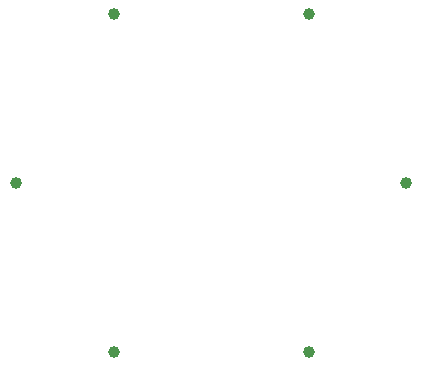
<source format=gbr>
G04*
G04 #@! TF.GenerationSoftware,Altium Limited,Altium Designer,25.8.1 (18)*
G04*
G04 Layer_Color=128*
%FSLAX44Y44*%
%MOMM*%
G71*
G04*
G04 #@! TF.SameCoordinates,2BA1844E-35A1-40AA-B719-48A9BFBC8ED3*
G04*
G04*
G04 #@! TF.FilePolarity,Positive*
G04*
G01*
G75*
G04:AMPARAMS|DCode=42|XSize=1mm|YSize=1mm|CornerRadius=0.5mm|HoleSize=0mm|Usage=FLASHONLY|Rotation=300.000|XOffset=0mm|YOffset=0mm|HoleType=Round|Shape=RoundedRectangle|*
%AMROUNDEDRECTD42*
21,1,1.0000,0.0000,0,0,300.0*
21,1,0.0000,1.0000,0,0,300.0*
1,1,1.0000,0.0000,0.0000*
1,1,1.0000,0.0000,0.0000*
1,1,1.0000,0.0000,0.0000*
1,1,1.0000,0.0000,0.0000*
%
%ADD42ROUNDEDRECTD42*%
G04:AMPARAMS|DCode=43|XSize=1mm|YSize=1mm|CornerRadius=0.5mm|HoleSize=0mm|Usage=FLASHONLY|Rotation=180.000|XOffset=0mm|YOffset=0mm|HoleType=Round|Shape=RoundedRectangle|*
%AMROUNDEDRECTD43*
21,1,1.0000,0.0000,0,0,180.0*
21,1,0.0000,1.0000,0,0,180.0*
1,1,1.0000,0.0000,0.0000*
1,1,1.0000,0.0000,0.0000*
1,1,1.0000,0.0000,0.0000*
1,1,1.0000,0.0000,0.0000*
%
%ADD43ROUNDEDRECTD43*%
G04:AMPARAMS|DCode=44|XSize=1mm|YSize=1mm|CornerRadius=0.5mm|HoleSize=0mm|Usage=FLASHONLY|Rotation=240.000|XOffset=0mm|YOffset=0mm|HoleType=Round|Shape=RoundedRectangle|*
%AMROUNDEDRECTD44*
21,1,1.0000,0.0000,0,0,240.0*
21,1,0.0000,1.0000,0,0,240.0*
1,1,1.0000,0.0000,0.0000*
1,1,1.0000,0.0000,0.0000*
1,1,1.0000,0.0000,0.0000*
1,1,1.0000,0.0000,0.0000*
%
%ADD44ROUNDEDRECTD44*%
D42*
X165199Y0D02*
D03*
X-165199D02*
D03*
D43*
X82601Y143101D02*
D03*
X-82601Y-143101D02*
D03*
D44*
X82601D02*
D03*
X-82601Y143101D02*
D03*
M02*

</source>
